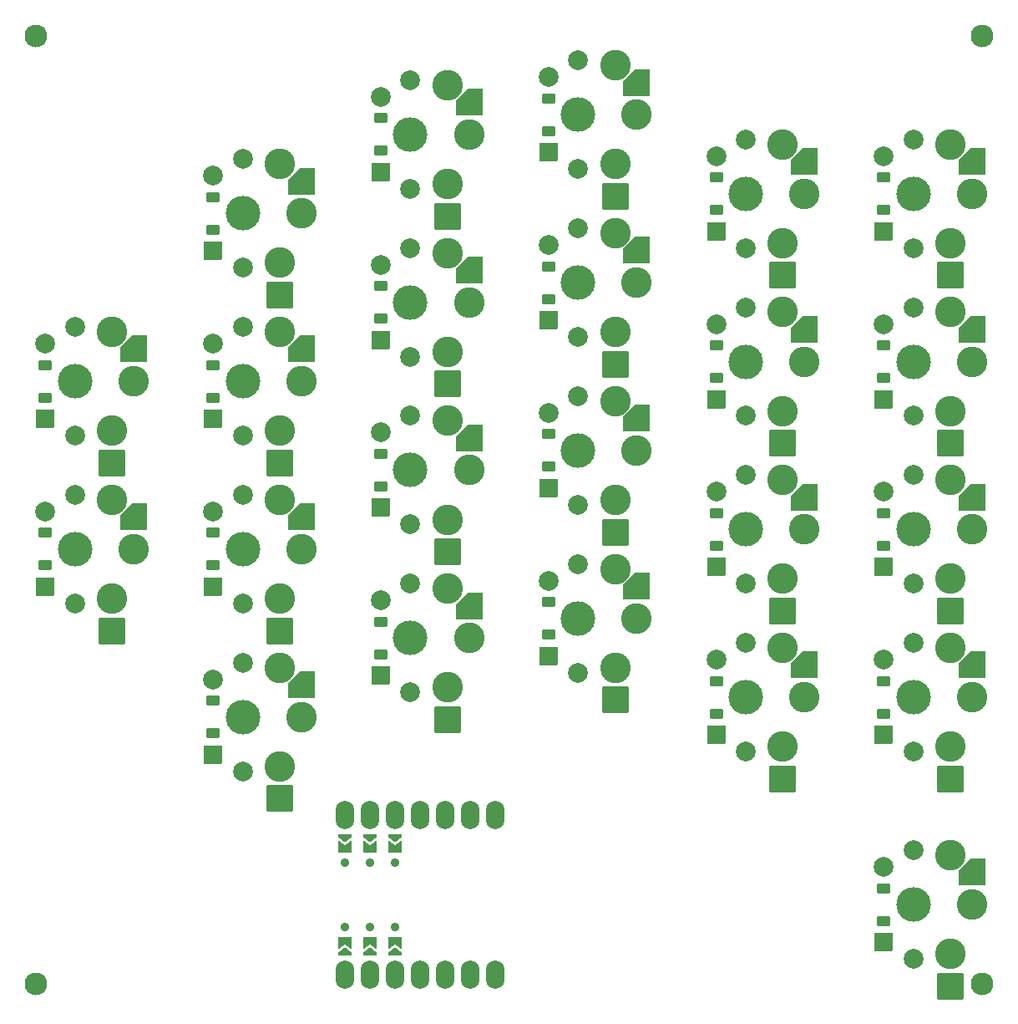
<source format=gbs>
%TF.GenerationSoftware,KiCad,Pcbnew,9.0.2*%
%TF.CreationDate,2025-05-25T15:47:58+02:00*%
%TF.ProjectId,kicad,6b696361-642e-46b6-9963-61645f706362,rev?*%
%TF.SameCoordinates,Original*%
%TF.FileFunction,Soldermask,Bot*%
%TF.FilePolarity,Negative*%
%FSLAX46Y46*%
G04 Gerber Fmt 4.6, Leading zero omitted, Abs format (unit mm)*
G04 Created by KiCad (PCBNEW 9.0.2) date 2025-05-25 15:47:58*
%MOMM*%
%LPD*%
G01*
G04 APERTURE LIST*
G04 Aperture macros list*
%AMRoundRect*
0 Rectangle with rounded corners*
0 $1 Rounding radius*
0 $2 $3 $4 $5 $6 $7 $8 $9 X,Y pos of 4 corners*
0 Add a 4 corners polygon primitive as box body*
4,1,4,$2,$3,$4,$5,$6,$7,$8,$9,$2,$3,0*
0 Add four circle primitives for the rounded corners*
1,1,$1+$1,$2,$3*
1,1,$1+$1,$4,$5*
1,1,$1+$1,$6,$7*
1,1,$1+$1,$8,$9*
0 Add four rect primitives between the rounded corners*
20,1,$1+$1,$2,$3,$4,$5,0*
20,1,$1+$1,$4,$5,$6,$7,0*
20,1,$1+$1,$6,$7,$8,$9,0*
20,1,$1+$1,$8,$9,$2,$3,0*%
%AMFreePoly0*
4,1,14,1.335355,1.335355,1.350000,1.300000,1.350000,-1.300000,1.335355,-1.335355,1.300000,-1.350000,-0.117000,-1.350000,-0.152355,-1.335355,-1.335355,-0.152355,-1.350000,-0.117000,-1.350000,1.300000,-1.335355,1.335355,-1.300000,1.350000,1.300000,1.350000,1.335355,1.335355,1.335355,1.335355,$1*%
%AMFreePoly1*
4,1,16,-0.214645,0.660355,-0.210957,0.656235,0.289043,0.031235,0.299694,-0.005522,0.289043,-0.031235,-0.210957,-0.656235,-0.244478,-0.674694,-0.250000,-0.675000,-0.500000,-0.675000,-0.535355,-0.660355,-0.550000,-0.625000,-0.550000,0.625000,-0.535355,0.660355,-0.500000,0.675000,-0.250000,0.675000,-0.214645,0.660355,-0.214645,0.660355,$1*%
%AMFreePoly2*
4,1,16,0.535355,0.660355,0.550000,0.625000,0.550000,-0.625000,0.535355,-0.660355,0.500000,-0.675000,-0.650000,-0.675000,-0.685355,-0.660355,-0.700000,-0.625000,-0.689043,-0.593765,-0.214031,0.000000,-0.689043,0.593765,-0.699694,0.630522,-0.681235,0.664043,-0.650000,0.675000,0.500000,0.675000,0.535355,0.660355,0.535355,0.660355,$1*%
G04 Aperture macros list end*
%ADD10C,3.500000*%
%ADD11C,2.000000*%
%ADD12C,3.100000*%
%ADD13FreePoly0,270.000000*%
%ADD14RoundRect,0.050000X-1.300000X1.300000X-1.300000X-1.300000X1.300000X-1.300000X1.300000X1.300000X0*%
%ADD15O,1.900000X2.850000*%
%ADD16C,0.900000*%
%ADD17FreePoly1,90.000000*%
%ADD18FreePoly2,90.000000*%
%ADD19FreePoly1,270.000000*%
%ADD20FreePoly2,270.000000*%
%ADD21RoundRect,0.050000X0.600000X-0.450000X0.600000X0.450000X-0.600000X0.450000X-0.600000X-0.450000X0*%
%ADD22RoundRect,0.050000X0.889000X-0.889000X0.889000X0.889000X-0.889000X0.889000X-0.889000X-0.889000X0*%
%ADD23C,2.005000*%
%ADD24C,2.300000*%
G04 APERTURE END LIST*
D10*
%TO.C,S1*%
X20500000Y-68000000D03*
D11*
X20500000Y-73500000D03*
X20500000Y-62500000D03*
D12*
X26450000Y-68000000D03*
X24250000Y-63000000D03*
D13*
X26450000Y-64725000D03*
D14*
X24250000Y-76275000D03*
D12*
X24250000Y-73000000D03*
%TD*%
D10*
%TO.C,S2*%
X20500000Y-51000000D03*
D11*
X20500000Y-56500000D03*
X20500000Y-45500000D03*
D12*
X26450000Y-51000000D03*
X24250000Y-46000000D03*
D13*
X26450000Y-47725000D03*
D14*
X24250000Y-59275000D03*
D12*
X24250000Y-56000000D03*
%TD*%
D10*
%TO.C,S3*%
X37500000Y-85000000D03*
D11*
X37500000Y-90500000D03*
X37500000Y-79500000D03*
D12*
X43450000Y-85000000D03*
X41250000Y-80000000D03*
D13*
X43450000Y-81725000D03*
D14*
X41250000Y-93275000D03*
D12*
X41250000Y-90000000D03*
%TD*%
D10*
%TO.C,S4*%
X37500000Y-68000000D03*
D11*
X37500000Y-73500000D03*
X37500000Y-62500000D03*
D12*
X43450000Y-68000000D03*
X41250000Y-63000000D03*
D13*
X43450000Y-64725000D03*
D14*
X41250000Y-76275000D03*
D12*
X41250000Y-73000000D03*
%TD*%
D10*
%TO.C,S5*%
X37500000Y-51000000D03*
D11*
X37500000Y-56500000D03*
X37500000Y-45500000D03*
D12*
X43450000Y-51000000D03*
X41250000Y-46000000D03*
D13*
X43450000Y-47725000D03*
D14*
X41250000Y-59275000D03*
D12*
X41250000Y-56000000D03*
%TD*%
D10*
%TO.C,S6*%
X37500000Y-34000000D03*
D11*
X37500000Y-39500000D03*
X37500000Y-28500000D03*
D12*
X43450000Y-34000000D03*
X41250000Y-29000000D03*
D13*
X43450000Y-30725000D03*
D14*
X41250000Y-42275000D03*
D12*
X41250000Y-39000000D03*
%TD*%
D10*
%TO.C,S7*%
X54500000Y-77000000D03*
D11*
X54500000Y-82500000D03*
X54500000Y-71500000D03*
D12*
X60450000Y-77000000D03*
X58250000Y-72000000D03*
D13*
X60450000Y-73725000D03*
D14*
X58250000Y-85275000D03*
D12*
X58250000Y-82000000D03*
%TD*%
D10*
%TO.C,S8*%
X54500000Y-60000000D03*
D11*
X54500000Y-65500000D03*
X54500000Y-54500000D03*
D12*
X60450000Y-60000000D03*
X58250000Y-55000000D03*
D13*
X60450000Y-56725000D03*
D14*
X58250000Y-68275000D03*
D12*
X58250000Y-65000000D03*
%TD*%
D10*
%TO.C,S9*%
X54500000Y-43000000D03*
D11*
X54500000Y-48500000D03*
X54500000Y-37500000D03*
D12*
X60450000Y-43000000D03*
X58250000Y-38000000D03*
D13*
X60450000Y-39725000D03*
D14*
X58250000Y-51275000D03*
D12*
X58250000Y-48000000D03*
%TD*%
D10*
%TO.C,S10*%
X54500000Y-26000000D03*
D11*
X54500000Y-31500000D03*
X54500000Y-20500000D03*
D12*
X60450000Y-26000000D03*
X58250000Y-21000000D03*
D13*
X60450000Y-22725000D03*
D14*
X58250000Y-34275000D03*
D12*
X58250000Y-31000000D03*
%TD*%
D10*
%TO.C,S11*%
X71500000Y-75000000D03*
D11*
X71500000Y-80500000D03*
X71500000Y-69500000D03*
D12*
X77450000Y-75000000D03*
X75250000Y-70000000D03*
D13*
X77450000Y-71725000D03*
D14*
X75250000Y-83275000D03*
D12*
X75250000Y-80000000D03*
%TD*%
D10*
%TO.C,S12*%
X71500000Y-58000000D03*
D11*
X71500000Y-63500000D03*
X71500000Y-52500000D03*
D12*
X77450000Y-58000000D03*
X75250000Y-53000000D03*
D13*
X77450000Y-54725000D03*
D14*
X75250000Y-66275000D03*
D12*
X75250000Y-63000000D03*
%TD*%
D10*
%TO.C,S13*%
X71500000Y-41000000D03*
D11*
X71500000Y-46500000D03*
X71500000Y-35500000D03*
D12*
X77450000Y-41000000D03*
X75250000Y-36000000D03*
D13*
X77450000Y-37725000D03*
D14*
X75250000Y-49275000D03*
D12*
X75250000Y-46000000D03*
%TD*%
D10*
%TO.C,S14*%
X71500000Y-24000000D03*
D11*
X71500000Y-29500000D03*
X71500000Y-18500000D03*
D12*
X77450000Y-24000000D03*
X75250000Y-19000000D03*
D13*
X77450000Y-20725000D03*
D14*
X75250000Y-32275000D03*
D12*
X75250000Y-29000000D03*
%TD*%
D10*
%TO.C,S15*%
X88500000Y-83000000D03*
D11*
X88500000Y-88500000D03*
X88500000Y-77500000D03*
D12*
X94450000Y-83000000D03*
X92250000Y-78000000D03*
D13*
X94450000Y-79725000D03*
D14*
X92250000Y-91275000D03*
D12*
X92250000Y-88000000D03*
%TD*%
D10*
%TO.C,S16*%
X88500000Y-66000000D03*
D11*
X88500000Y-71500000D03*
X88500000Y-60500000D03*
D12*
X94450000Y-66000000D03*
X92250000Y-61000000D03*
D13*
X94450000Y-62725000D03*
D14*
X92250000Y-74275000D03*
D12*
X92250000Y-71000000D03*
%TD*%
D10*
%TO.C,S17*%
X88500000Y-49000000D03*
D11*
X88500000Y-54500000D03*
X88500000Y-43500000D03*
D12*
X94450000Y-49000000D03*
X92250000Y-44000000D03*
D13*
X94450000Y-45725000D03*
D14*
X92250000Y-57275000D03*
D12*
X92250000Y-54000000D03*
%TD*%
D10*
%TO.C,S18*%
X88500000Y-32000000D03*
D11*
X88500000Y-37500000D03*
X88500000Y-26500000D03*
D12*
X94450000Y-32000000D03*
X92250000Y-27000000D03*
D13*
X94450000Y-28725000D03*
D14*
X92250000Y-40275000D03*
D12*
X92250000Y-37000000D03*
%TD*%
D10*
%TO.C,S19*%
X105500000Y-83000000D03*
D11*
X105500000Y-88500000D03*
X105500000Y-77500000D03*
D12*
X111450000Y-83000000D03*
X109250000Y-78000000D03*
D13*
X111450000Y-79725000D03*
D14*
X109250000Y-91275000D03*
D12*
X109250000Y-88000000D03*
%TD*%
D10*
%TO.C,S20*%
X105500000Y-66000000D03*
D11*
X105500000Y-71500000D03*
X105500000Y-60500000D03*
D12*
X111450000Y-66000000D03*
X109250000Y-61000000D03*
D13*
X111450000Y-62725000D03*
D14*
X109250000Y-74275000D03*
D12*
X109250000Y-71000000D03*
%TD*%
D10*
%TO.C,S21*%
X105500000Y-49000000D03*
D11*
X105500000Y-54500000D03*
X105500000Y-43500000D03*
D12*
X111450000Y-49000000D03*
X109250000Y-44000000D03*
D13*
X111450000Y-45725000D03*
D14*
X109250000Y-57275000D03*
D12*
X109250000Y-54000000D03*
%TD*%
D10*
%TO.C,S22*%
X105500000Y-32000000D03*
D11*
X105500000Y-37500000D03*
X105500000Y-26500000D03*
D12*
X111450000Y-32000000D03*
X109250000Y-27000000D03*
D13*
X111450000Y-28725000D03*
D14*
X109250000Y-40275000D03*
D12*
X109250000Y-37000000D03*
%TD*%
D10*
%TO.C,S23*%
X105500000Y-104000000D03*
D11*
X105500000Y-109500000D03*
X105500000Y-98500000D03*
D12*
X111450000Y-104000000D03*
X109250000Y-99000000D03*
D13*
X111450000Y-100725000D03*
D14*
X109250000Y-112275000D03*
D12*
X109250000Y-109000000D03*
%TD*%
D15*
%TO.C,*%
X47880000Y-111095000D03*
X47880000Y-94905000D03*
D16*
X47880000Y-106262000D03*
D17*
X47880000Y-108620000D03*
D18*
X47880000Y-107775000D03*
D16*
X47880000Y-99738000D03*
D19*
X47880000Y-97380000D03*
D20*
X47880000Y-98225000D03*
D15*
X50420000Y-111095000D03*
X50420000Y-94905000D03*
D16*
X50420000Y-106262000D03*
D17*
X50420000Y-108620000D03*
D18*
X50420000Y-107775000D03*
D16*
X50420000Y-99738000D03*
D19*
X50420000Y-97380000D03*
D20*
X50420000Y-98225000D03*
D15*
X52960000Y-111095000D03*
X52960000Y-94905000D03*
D16*
X52960000Y-106262000D03*
D17*
X52960000Y-108620000D03*
D18*
X52960000Y-107775000D03*
D16*
X52960000Y-99738000D03*
D19*
X52960000Y-97380000D03*
D20*
X52960000Y-98225000D03*
D15*
X55500000Y-111095000D03*
X55500000Y-94905000D03*
X58040000Y-111095000D03*
X58040000Y-94905000D03*
X60580000Y-111095000D03*
X60580000Y-94905000D03*
X63120000Y-111095000D03*
X63120000Y-94905000D03*
%TD*%
D21*
%TO.C,D1*%
X17500000Y-66350000D03*
X17500000Y-69650000D03*
D22*
X17500000Y-71810000D03*
D23*
X17500000Y-64190000D03*
%TD*%
D21*
%TO.C,D2*%
X17500000Y-49350000D03*
X17500000Y-52650000D03*
D22*
X17500000Y-54810000D03*
D23*
X17500000Y-47190000D03*
%TD*%
D21*
%TO.C,D3*%
X34500000Y-83350000D03*
X34500000Y-86650000D03*
D22*
X34500000Y-88810000D03*
D23*
X34500000Y-81190000D03*
%TD*%
D21*
%TO.C,D4*%
X34500000Y-66350000D03*
X34500000Y-69650000D03*
D22*
X34500000Y-71810000D03*
D23*
X34500000Y-64190000D03*
%TD*%
D21*
%TO.C,D5*%
X34500000Y-49350000D03*
X34500000Y-52650000D03*
D22*
X34500000Y-54810000D03*
D23*
X34500000Y-47190000D03*
%TD*%
D21*
%TO.C,D6*%
X34500000Y-32350000D03*
X34500000Y-35650000D03*
D22*
X34500000Y-37810000D03*
D23*
X34500000Y-30190000D03*
%TD*%
D21*
%TO.C,D7*%
X51500000Y-75350000D03*
X51500000Y-78650000D03*
D22*
X51500000Y-80810000D03*
D23*
X51500000Y-73190000D03*
%TD*%
D21*
%TO.C,D8*%
X51500000Y-58350000D03*
X51500000Y-61650000D03*
D22*
X51500000Y-63810000D03*
D23*
X51500000Y-56190000D03*
%TD*%
D21*
%TO.C,D9*%
X51500000Y-41350000D03*
X51500000Y-44650000D03*
D22*
X51500000Y-46810000D03*
D23*
X51500000Y-39190000D03*
%TD*%
D21*
%TO.C,D10*%
X51500000Y-24350000D03*
X51500000Y-27650000D03*
D22*
X51500000Y-29810000D03*
D23*
X51500000Y-22190000D03*
%TD*%
D21*
%TO.C,D11*%
X68500000Y-73350000D03*
X68500000Y-76650000D03*
D22*
X68500000Y-78810000D03*
D23*
X68500000Y-71190000D03*
%TD*%
D21*
%TO.C,D12*%
X68500000Y-56350000D03*
X68500000Y-59650000D03*
D22*
X68500000Y-61810000D03*
D23*
X68500000Y-54190000D03*
%TD*%
D21*
%TO.C,D13*%
X68500000Y-39350000D03*
X68500000Y-42650000D03*
D22*
X68500000Y-44810000D03*
D23*
X68500000Y-37190000D03*
%TD*%
D21*
%TO.C,D14*%
X68500000Y-22350000D03*
X68500000Y-25650000D03*
D22*
X68500000Y-27810000D03*
D23*
X68500000Y-20190000D03*
%TD*%
D21*
%TO.C,D15*%
X85500000Y-81350000D03*
X85500000Y-84650000D03*
D22*
X85500000Y-86810000D03*
D23*
X85500000Y-79190000D03*
%TD*%
D21*
%TO.C,D16*%
X85500000Y-64350000D03*
X85500000Y-67650000D03*
D22*
X85500000Y-69810000D03*
D23*
X85500000Y-62190000D03*
%TD*%
D21*
%TO.C,D17*%
X85500000Y-47350000D03*
X85500000Y-50650000D03*
D22*
X85500000Y-52810000D03*
D23*
X85500000Y-45190000D03*
%TD*%
D21*
%TO.C,D18*%
X85500000Y-30350000D03*
X85500000Y-33650000D03*
D22*
X85500000Y-35810000D03*
D23*
X85500000Y-28190000D03*
%TD*%
D21*
%TO.C,D19*%
X102500000Y-81350000D03*
X102500000Y-84650000D03*
D22*
X102500000Y-86810000D03*
D23*
X102500000Y-79190000D03*
%TD*%
D21*
%TO.C,D20*%
X102500000Y-64350000D03*
X102500000Y-67650000D03*
D22*
X102500000Y-69810000D03*
D23*
X102500000Y-62190000D03*
%TD*%
D21*
%TO.C,D21*%
X102500000Y-47350000D03*
X102500000Y-50650000D03*
D22*
X102500000Y-52810000D03*
D23*
X102500000Y-45190000D03*
%TD*%
D21*
%TO.C,D22*%
X102500000Y-30350000D03*
X102500000Y-33650000D03*
D22*
X102500000Y-35810000D03*
D23*
X102500000Y-28190000D03*
%TD*%
D21*
%TO.C,D23*%
X102500000Y-102350000D03*
X102500000Y-105650000D03*
D22*
X102500000Y-107810000D03*
D23*
X102500000Y-100190000D03*
%TD*%
D24*
%TO.C,MH1*%
X112500000Y-112000000D03*
%TD*%
%TO.C,MH2*%
X16500000Y-112000000D03*
%TD*%
%TO.C,MH3*%
X16500000Y-16000000D03*
%TD*%
%TO.C,MH4*%
X112500000Y-16000000D03*
%TD*%
M02*

</source>
